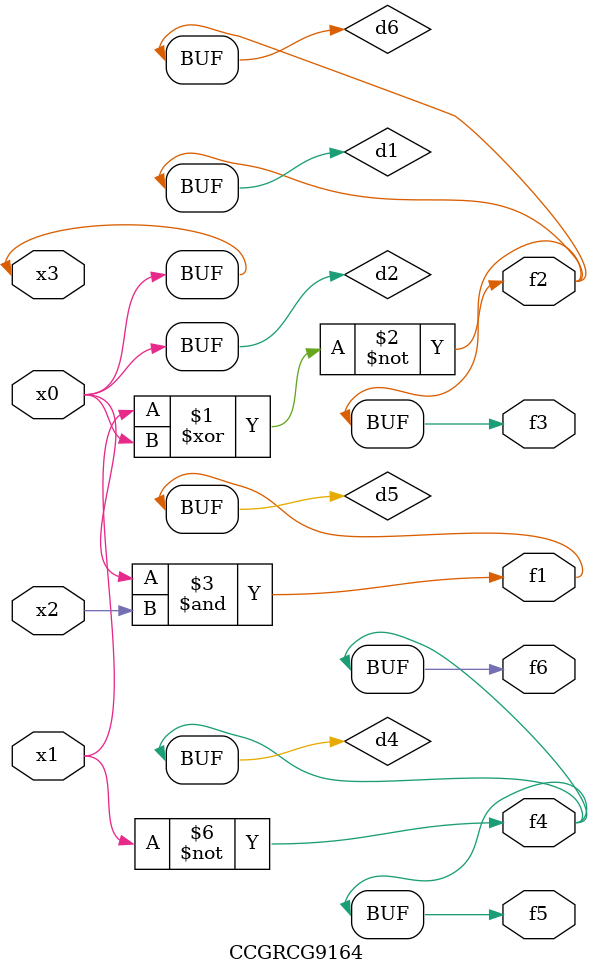
<source format=v>
module CCGRCG9164(
	input x0, x1, x2, x3,
	output f1, f2, f3, f4, f5, f6
);

	wire d1, d2, d3, d4, d5, d6;

	xnor (d1, x1, x3);
	buf (d2, x0, x3);
	nand (d3, x0, x2);
	not (d4, x1);
	nand (d5, d3);
	or (d6, d1);
	assign f1 = d5;
	assign f2 = d6;
	assign f3 = d6;
	assign f4 = d4;
	assign f5 = d4;
	assign f6 = d4;
endmodule

</source>
